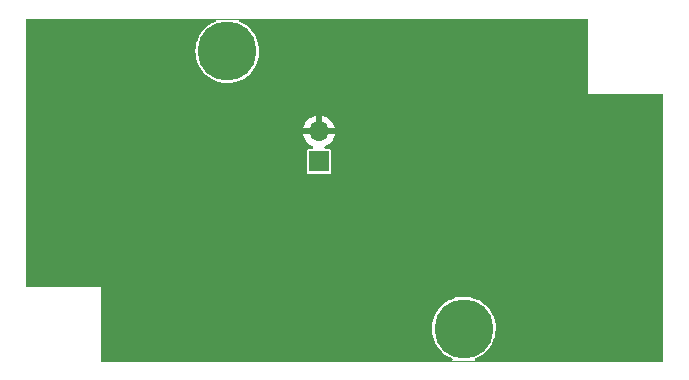
<source format=gbr>
%TF.GenerationSoftware,KiCad,Pcbnew,(6.0.5-0)*%
%TF.CreationDate,2022-12-05T01:18:56+00:00*%
%TF.ProjectId,Ebow,45626f77-2e6b-4696-9361-645f70636258,rev?*%
%TF.SameCoordinates,Original*%
%TF.FileFunction,Copper,L2,Bot*%
%TF.FilePolarity,Positive*%
%FSLAX46Y46*%
G04 Gerber Fmt 4.6, Leading zero omitted, Abs format (unit mm)*
G04 Created by KiCad (PCBNEW (6.0.5-0)) date 2022-12-05 01:18:56*
%MOMM*%
%LPD*%
G01*
G04 APERTURE LIST*
%TA.AperFunction,Profile*%
%ADD10C,0.100000*%
%TD*%
%TA.AperFunction,ConnectorPad*%
%ADD11C,5.000000*%
%TD*%
%TA.AperFunction,ComponentPad*%
%ADD12C,2.900000*%
%TD*%
%TA.AperFunction,ComponentPad*%
%ADD13R,1.700000X1.700000*%
%TD*%
%TA.AperFunction,ComponentPad*%
%ADD14O,1.700000X1.700000*%
%TD*%
G04 APERTURE END LIST*
D10*
X98298000Y-107950000D02*
X104648000Y-107950000D01*
X98298000Y-101600000D02*
X98298000Y-107950000D01*
X104648000Y-107950000D02*
X104648000Y-130556000D01*
X57150000Y-124206000D02*
X50800000Y-124206000D01*
X57150000Y-124206000D02*
X57150000Y-130556000D01*
X50800000Y-124206000D02*
X50800000Y-101600000D01*
X104648000Y-130556000D02*
X57150000Y-130556000D01*
X50800000Y-101600000D02*
X98298000Y-101600000D01*
D11*
%TO.P,H2,1*%
%TO.N,N/C*%
X87833200Y-127812800D03*
D12*
X87833200Y-127812800D03*
%TD*%
D11*
%TO.P,H1,1*%
%TO.N,N/C*%
X67818000Y-104343200D03*
D12*
X67818000Y-104343200D03*
%TD*%
D13*
%TO.P,J1,1,Pin_1*%
%TO.N,+5V*%
X75565000Y-113665000D03*
D14*
%TO.P,J1,2,Pin_2*%
%TO.N,GND*%
X75565000Y-111125000D03*
%TD*%
%TA.AperFunction,Conductor*%
%TO.N,GND*%
G36*
X66813425Y-101621002D02*
G01*
X66859918Y-101674658D01*
X66870022Y-101744932D01*
X66840528Y-101809512D01*
X66796250Y-101842241D01*
X66577153Y-101939103D01*
X66573899Y-101941039D01*
X66573893Y-101941042D01*
X66551780Y-101954198D01*
X66297319Y-102105586D01*
X66039513Y-102304482D01*
X66036812Y-102307141D01*
X66036805Y-102307147D01*
X65810177Y-102530244D01*
X65807469Y-102532910D01*
X65805105Y-102535877D01*
X65805102Y-102535880D01*
X65790613Y-102554063D01*
X65604548Y-102787560D01*
X65433690Y-103064744D01*
X65297369Y-103360447D01*
X65296210Y-103364048D01*
X65296207Y-103364054D01*
X65287682Y-103390527D01*
X65197560Y-103670385D01*
X65196841Y-103674101D01*
X65196839Y-103674109D01*
X65136428Y-103986351D01*
X65136427Y-103986360D01*
X65135709Y-103990070D01*
X65135442Y-103993846D01*
X65135441Y-103993851D01*
X65133719Y-104018177D01*
X65112712Y-104314869D01*
X65128902Y-104640079D01*
X65129543Y-104643810D01*
X65129544Y-104643818D01*
X65144030Y-104728116D01*
X65184045Y-104960989D01*
X65185133Y-104964628D01*
X65185134Y-104964631D01*
X65208697Y-105043418D01*
X65277341Y-105272949D01*
X65407439Y-105571442D01*
X65572455Y-105852144D01*
X65574756Y-105855159D01*
X65767698Y-106107975D01*
X65767703Y-106107981D01*
X65769998Y-106110988D01*
X65997208Y-106344225D01*
X66250792Y-106548476D01*
X66527078Y-106720783D01*
X66822063Y-106858651D01*
X67131474Y-106960081D01*
X67450830Y-107023605D01*
X67454602Y-107023892D01*
X67454610Y-107023893D01*
X67771728Y-107048015D01*
X67771733Y-107048015D01*
X67775505Y-107048302D01*
X68100795Y-107033815D01*
X68421989Y-106980354D01*
X68734434Y-106888693D01*
X69033604Y-106760159D01*
X69036882Y-106758255D01*
X69036888Y-106758252D01*
X69200708Y-106663097D01*
X69315165Y-106596615D01*
X69575040Y-106400430D01*
X69809464Y-106174445D01*
X69811862Y-106171500D01*
X70012643Y-105924878D01*
X70012647Y-105924872D01*
X70015040Y-105921933D01*
X70188792Y-105646554D01*
X70328202Y-105352295D01*
X70431251Y-105043418D01*
X70496446Y-104724399D01*
X70522843Y-104399858D01*
X70523436Y-104343200D01*
X70503841Y-104018177D01*
X70499399Y-103993851D01*
X70446025Y-103701604D01*
X70445342Y-103697863D01*
X70348784Y-103386896D01*
X70215567Y-103089782D01*
X70047621Y-102810824D01*
X70045294Y-102807840D01*
X70045289Y-102807833D01*
X69849713Y-102557058D01*
X69849711Y-102557056D01*
X69847377Y-102554063D01*
X69617738Y-102323218D01*
X69362029Y-102121633D01*
X69083954Y-101952229D01*
X68840860Y-101841701D01*
X68787128Y-101795297D01*
X68767012Y-101727210D01*
X68786901Y-101659056D01*
X68840479Y-101612474D01*
X68893012Y-101601000D01*
X98171000Y-101601000D01*
X98239121Y-101621002D01*
X98285614Y-101674658D01*
X98297000Y-101727000D01*
X98297000Y-107949802D01*
X98296918Y-107950000D01*
X98297000Y-107950198D01*
X98297235Y-107950765D01*
X98298000Y-107951082D01*
X98298198Y-107951000D01*
X104521000Y-107951000D01*
X104589121Y-107971002D01*
X104635614Y-108024658D01*
X104647000Y-108077000D01*
X104647000Y-130429000D01*
X104626998Y-130497121D01*
X104573342Y-130543614D01*
X104521000Y-130555000D01*
X88904254Y-130555000D01*
X88836133Y-130534998D01*
X88789640Y-130481342D01*
X88779536Y-130411068D01*
X88809030Y-130346488D01*
X88854516Y-130313232D01*
X89045315Y-130231258D01*
X89048804Y-130229759D01*
X89052082Y-130227855D01*
X89052088Y-130227852D01*
X89215908Y-130132697D01*
X89330365Y-130066215D01*
X89590240Y-129870030D01*
X89824664Y-129644045D01*
X89827062Y-129641100D01*
X90027843Y-129394478D01*
X90027847Y-129394472D01*
X90030240Y-129391533D01*
X90203992Y-129116154D01*
X90343402Y-128821895D01*
X90446451Y-128513018D01*
X90511646Y-128193999D01*
X90538043Y-127869458D01*
X90538636Y-127812800D01*
X90519041Y-127487777D01*
X90514599Y-127463451D01*
X90461225Y-127171204D01*
X90460542Y-127167463D01*
X90363984Y-126856496D01*
X90230767Y-126559382D01*
X90062821Y-126280424D01*
X90060494Y-126277440D01*
X90060489Y-126277433D01*
X89864913Y-126026658D01*
X89864911Y-126026656D01*
X89862577Y-126023663D01*
X89632938Y-125792818D01*
X89377229Y-125591233D01*
X89099154Y-125421829D01*
X88980653Y-125367950D01*
X88806194Y-125288627D01*
X88806186Y-125288624D01*
X88802742Y-125287058D01*
X88492285Y-125188873D01*
X88350271Y-125162168D01*
X88176005Y-125129397D01*
X88176000Y-125129396D01*
X88172281Y-125128697D01*
X87847366Y-125107401D01*
X87843586Y-125107609D01*
X87843585Y-125107609D01*
X87746356Y-125112960D01*
X87522245Y-125125294D01*
X87518518Y-125125955D01*
X87518514Y-125125955D01*
X87259825Y-125171801D01*
X87201629Y-125182115D01*
X87198004Y-125183220D01*
X87197999Y-125183221D01*
X86996396Y-125244666D01*
X86890161Y-125277044D01*
X86886697Y-125278575D01*
X86886690Y-125278578D01*
X86703138Y-125359726D01*
X86592353Y-125408703D01*
X86589099Y-125410639D01*
X86589093Y-125410642D01*
X86566980Y-125423798D01*
X86312519Y-125575186D01*
X86054713Y-125774082D01*
X86052012Y-125776741D01*
X86052005Y-125776747D01*
X85825377Y-125999844D01*
X85822669Y-126002510D01*
X85820305Y-126005477D01*
X85820302Y-126005480D01*
X85805813Y-126023663D01*
X85619748Y-126257160D01*
X85448890Y-126534344D01*
X85312569Y-126830047D01*
X85311410Y-126833648D01*
X85311407Y-126833654D01*
X85302882Y-126860127D01*
X85212760Y-127139985D01*
X85212041Y-127143701D01*
X85212039Y-127143709D01*
X85151628Y-127455951D01*
X85151627Y-127455960D01*
X85150909Y-127459670D01*
X85150642Y-127463446D01*
X85150641Y-127463451D01*
X85148919Y-127487777D01*
X85127912Y-127784469D01*
X85144102Y-128109679D01*
X85144743Y-128113410D01*
X85144744Y-128113418D01*
X85159230Y-128197716D01*
X85199245Y-128430589D01*
X85200333Y-128434228D01*
X85200334Y-128434231D01*
X85223897Y-128513018D01*
X85292541Y-128742549D01*
X85422639Y-129041042D01*
X85587655Y-129321744D01*
X85589956Y-129324759D01*
X85782898Y-129577575D01*
X85782903Y-129577581D01*
X85785198Y-129580588D01*
X86012408Y-129813825D01*
X86265992Y-130018076D01*
X86542278Y-130190383D01*
X86626528Y-130229759D01*
X86808594Y-130314852D01*
X86861838Y-130361816D01*
X86881239Y-130430110D01*
X86860638Y-130498052D01*
X86806575Y-130544070D01*
X86755244Y-130555000D01*
X57277000Y-130555000D01*
X57208879Y-130534998D01*
X57162386Y-130481342D01*
X57151000Y-130429000D01*
X57151000Y-124206198D01*
X57151082Y-124206000D01*
X57150765Y-124205235D01*
X57150198Y-124205000D01*
X57150000Y-124204918D01*
X57149802Y-124205000D01*
X50927000Y-124205000D01*
X50858879Y-124184998D01*
X50812386Y-124131342D01*
X50801000Y-124079000D01*
X50801000Y-111392966D01*
X74233257Y-111392966D01*
X74263565Y-111527446D01*
X74266645Y-111537275D01*
X74346770Y-111734603D01*
X74351413Y-111743794D01*
X74462694Y-111925388D01*
X74468777Y-111933699D01*
X74608213Y-112094667D01*
X74615580Y-112101883D01*
X74779434Y-112237916D01*
X74787881Y-112243831D01*
X74971756Y-112351279D01*
X74981043Y-112355729D01*
X75020484Y-112370790D01*
X75076987Y-112413778D01*
X75101280Y-112480489D01*
X75085650Y-112549743D01*
X75035059Y-112599554D01*
X74975535Y-112614500D01*
X74695252Y-112614500D01*
X74689184Y-112615707D01*
X74648939Y-112623712D01*
X74648938Y-112623712D01*
X74636769Y-112626133D01*
X74570448Y-112670448D01*
X74526133Y-112736769D01*
X74514500Y-112795252D01*
X74514500Y-114534748D01*
X74526133Y-114593231D01*
X74570448Y-114659552D01*
X74636769Y-114703867D01*
X74648938Y-114706288D01*
X74648939Y-114706288D01*
X74689184Y-114714293D01*
X74695252Y-114715500D01*
X76434748Y-114715500D01*
X76440816Y-114714293D01*
X76481061Y-114706288D01*
X76481062Y-114706288D01*
X76493231Y-114703867D01*
X76559552Y-114659552D01*
X76603867Y-114593231D01*
X76615500Y-114534748D01*
X76615500Y-112795252D01*
X76603867Y-112736769D01*
X76559552Y-112670448D01*
X76493231Y-112626133D01*
X76481062Y-112623712D01*
X76481061Y-112623712D01*
X76440816Y-112615707D01*
X76434748Y-112614500D01*
X76155107Y-112614500D01*
X76086986Y-112594498D01*
X76040493Y-112540842D01*
X76030389Y-112470568D01*
X76059883Y-112405988D01*
X76099675Y-112375349D01*
X76258090Y-112297742D01*
X76266945Y-112292464D01*
X76440328Y-112168792D01*
X76448200Y-112162139D01*
X76599052Y-112011812D01*
X76605730Y-112003965D01*
X76730003Y-111831020D01*
X76735313Y-111822183D01*
X76829670Y-111631267D01*
X76833469Y-111621672D01*
X76895377Y-111417910D01*
X76897555Y-111407837D01*
X76898986Y-111396962D01*
X76896775Y-111382778D01*
X76883617Y-111379000D01*
X74248225Y-111379000D01*
X74234694Y-111382973D01*
X74233257Y-111392966D01*
X50801000Y-111392966D01*
X50801000Y-110859183D01*
X74229389Y-110859183D01*
X74230912Y-110867607D01*
X74243292Y-110871000D01*
X75292885Y-110871000D01*
X75308124Y-110866525D01*
X75309329Y-110865135D01*
X75311000Y-110857452D01*
X75311000Y-110852885D01*
X75819000Y-110852885D01*
X75823475Y-110868124D01*
X75824865Y-110869329D01*
X75832548Y-110871000D01*
X76883344Y-110871000D01*
X76896875Y-110867027D01*
X76898180Y-110857947D01*
X76856214Y-110690875D01*
X76852894Y-110681124D01*
X76767972Y-110485814D01*
X76763105Y-110476739D01*
X76647426Y-110297926D01*
X76641136Y-110289757D01*
X76497806Y-110132240D01*
X76490273Y-110125215D01*
X76323139Y-109993222D01*
X76314552Y-109987517D01*
X76128117Y-109884599D01*
X76118705Y-109880369D01*
X75917959Y-109809280D01*
X75907988Y-109806646D01*
X75836837Y-109793972D01*
X75823540Y-109795432D01*
X75819000Y-109809989D01*
X75819000Y-110852885D01*
X75311000Y-110852885D01*
X75311000Y-109808102D01*
X75307082Y-109794758D01*
X75292806Y-109792771D01*
X75254324Y-109798660D01*
X75244288Y-109801051D01*
X75041868Y-109867212D01*
X75032359Y-109871209D01*
X74843463Y-109969542D01*
X74834738Y-109975036D01*
X74664433Y-110102905D01*
X74656726Y-110109748D01*
X74509590Y-110263717D01*
X74503104Y-110271727D01*
X74383098Y-110447649D01*
X74378000Y-110456623D01*
X74288338Y-110649783D01*
X74284775Y-110659470D01*
X74229389Y-110859183D01*
X50801000Y-110859183D01*
X50801000Y-101727000D01*
X50821002Y-101658879D01*
X50874658Y-101612386D01*
X50927000Y-101601000D01*
X66745304Y-101601000D01*
X66813425Y-101621002D01*
G37*
%TD.AperFunction*%
%TD*%
M02*

</source>
